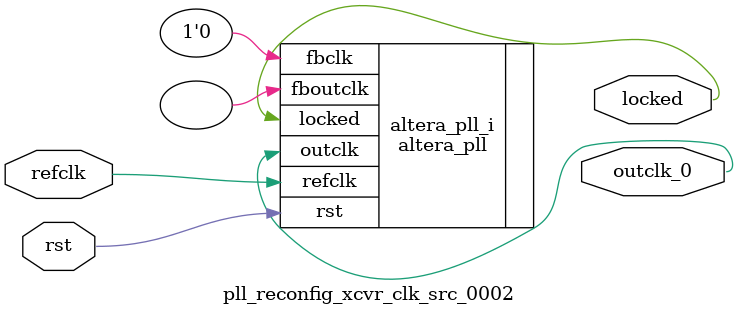
<source format=v>
`timescale 1ns/10ps
module  pll_reconfig_xcvr_clk_src_0002(

	// interface 'refclk'
	input wire refclk,

	// interface 'reset'
	input wire rst,

	// interface 'outclk0'
	output wire outclk_0,

	// interface 'locked'
	output wire locked
);

	altera_pll #(
		.fractional_vco_multiplier("false"),
		.reference_clock_frequency("50.0 MHz"),
		.operation_mode("direct"),
		.number_of_clocks(1),
		.output_clock_frequency0("100.000000 MHz"),
		.phase_shift0("0 ps"),
		.duty_cycle0(50),
		.output_clock_frequency1("0 MHz"),
		.phase_shift1("0 ps"),
		.duty_cycle1(50),
		.output_clock_frequency2("0 MHz"),
		.phase_shift2("0 ps"),
		.duty_cycle2(50),
		.output_clock_frequency3("0 MHz"),
		.phase_shift3("0 ps"),
		.duty_cycle3(50),
		.output_clock_frequency4("0 MHz"),
		.phase_shift4("0 ps"),
		.duty_cycle4(50),
		.output_clock_frequency5("0 MHz"),
		.phase_shift5("0 ps"),
		.duty_cycle5(50),
		.output_clock_frequency6("0 MHz"),
		.phase_shift6("0 ps"),
		.duty_cycle6(50),
		.output_clock_frequency7("0 MHz"),
		.phase_shift7("0 ps"),
		.duty_cycle7(50),
		.output_clock_frequency8("0 MHz"),
		.phase_shift8("0 ps"),
		.duty_cycle8(50),
		.output_clock_frequency9("0 MHz"),
		.phase_shift9("0 ps"),
		.duty_cycle9(50),
		.output_clock_frequency10("0 MHz"),
		.phase_shift10("0 ps"),
		.duty_cycle10(50),
		.output_clock_frequency11("0 MHz"),
		.phase_shift11("0 ps"),
		.duty_cycle11(50),
		.output_clock_frequency12("0 MHz"),
		.phase_shift12("0 ps"),
		.duty_cycle12(50),
		.output_clock_frequency13("0 MHz"),
		.phase_shift13("0 ps"),
		.duty_cycle13(50),
		.output_clock_frequency14("0 MHz"),
		.phase_shift14("0 ps"),
		.duty_cycle14(50),
		.output_clock_frequency15("0 MHz"),
		.phase_shift15("0 ps"),
		.duty_cycle15(50),
		.output_clock_frequency16("0 MHz"),
		.phase_shift16("0 ps"),
		.duty_cycle16(50),
		.output_clock_frequency17("0 MHz"),
		.phase_shift17("0 ps"),
		.duty_cycle17(50),
		.pll_type("General"),
		.pll_subtype("General")
	) altera_pll_i (
		.rst	(rst),
		.outclk	({outclk_0}),
		.locked	(locked),
		.fboutclk	( ),
		.fbclk	(1'b0),
		.refclk	(refclk)
	);
endmodule


</source>
